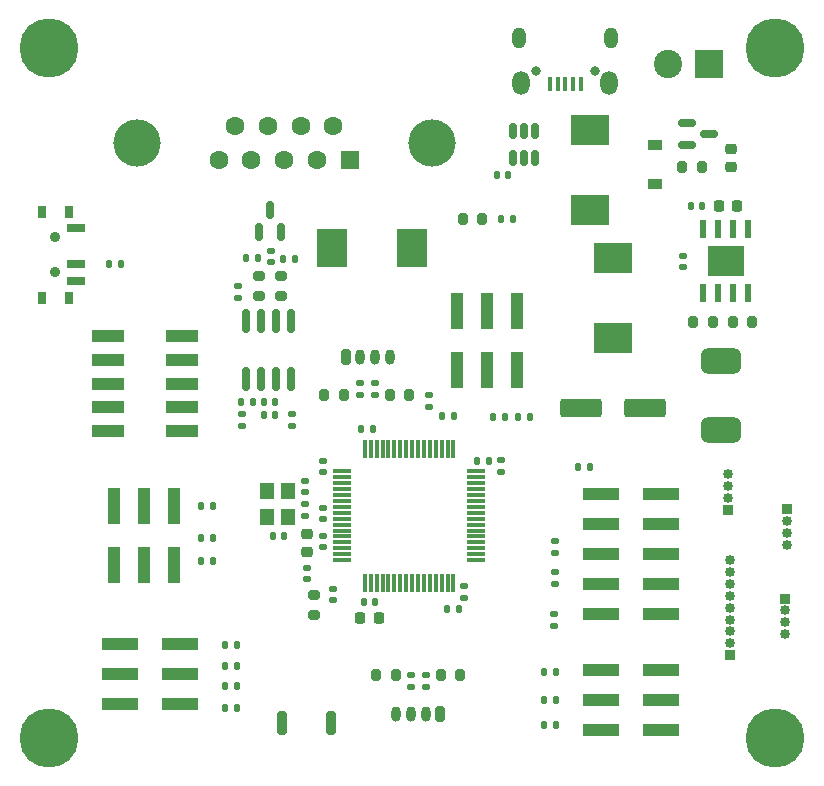
<source format=gbr>
%TF.GenerationSoftware,KiCad,Pcbnew,(6.0.1)*%
%TF.CreationDate,2022-05-20T13:38:49+06:30*%
%TF.ProjectId,STM32_Com_Buck,53544d33-325f-4436-9f6d-5f4275636b2e,v1.0*%
%TF.SameCoordinates,Original*%
%TF.FileFunction,Soldermask,Top*%
%TF.FilePolarity,Negative*%
%FSLAX46Y46*%
G04 Gerber Fmt 4.6, Leading zero omitted, Abs format (unit mm)*
G04 Created by KiCad (PCBNEW (6.0.1)) date 2022-05-20 13:38:49*
%MOMM*%
%LPD*%
G01*
G04 APERTURE LIST*
G04 Aperture macros list*
%AMRoundRect*
0 Rectangle with rounded corners*
0 $1 Rounding radius*
0 $2 $3 $4 $5 $6 $7 $8 $9 X,Y pos of 4 corners*
0 Add a 4 corners polygon primitive as box body*
4,1,4,$2,$3,$4,$5,$6,$7,$8,$9,$2,$3,0*
0 Add four circle primitives for the rounded corners*
1,1,$1+$1,$2,$3*
1,1,$1+$1,$4,$5*
1,1,$1+$1,$6,$7*
1,1,$1+$1,$8,$9*
0 Add four rect primitives between the rounded corners*
20,1,$1+$1,$2,$3,$4,$5,0*
20,1,$1+$1,$4,$5,$6,$7,0*
20,1,$1+$1,$6,$7,$8,$9,0*
20,1,$1+$1,$8,$9,$2,$3,0*%
G04 Aperture macros list end*
%ADD10RoundRect,0.140000X-0.140000X-0.170000X0.140000X-0.170000X0.140000X0.170000X-0.140000X0.170000X0*%
%ADD11RoundRect,0.135000X-0.185000X0.135000X-0.185000X-0.135000X0.185000X-0.135000X0.185000X0.135000X0*%
%ADD12RoundRect,0.140000X-0.170000X0.140000X-0.170000X-0.140000X0.170000X-0.140000X0.170000X0.140000X0*%
%ADD13RoundRect,0.135000X0.135000X0.185000X-0.135000X0.185000X-0.135000X-0.185000X0.135000X-0.185000X0*%
%ADD14R,0.800000X1.000000*%
%ADD15C,0.900000*%
%ADD16R,1.500000X0.700000*%
%ADD17C,0.800000*%
%ADD18C,5.000000*%
%ADD19RoundRect,0.135000X0.185000X-0.135000X0.185000X0.135000X-0.185000X0.135000X-0.185000X-0.135000X0*%
%ADD20RoundRect,0.200000X0.275000X-0.200000X0.275000X0.200000X-0.275000X0.200000X-0.275000X-0.200000X0*%
%ADD21R,2.500000X3.300000*%
%ADD22RoundRect,0.200000X0.200000X0.800000X-0.200000X0.800000X-0.200000X-0.800000X0.200000X-0.800000X0*%
%ADD23RoundRect,0.140000X0.170000X-0.140000X0.170000X0.140000X-0.170000X0.140000X-0.170000X-0.140000X0*%
%ADD24RoundRect,0.147500X-0.147500X-0.172500X0.147500X-0.172500X0.147500X0.172500X-0.147500X0.172500X0*%
%ADD25RoundRect,0.147500X0.172500X-0.147500X0.172500X0.147500X-0.172500X0.147500X-0.172500X-0.147500X0*%
%ADD26RoundRect,0.200000X-0.200000X-0.275000X0.200000X-0.275000X0.200000X0.275000X-0.200000X0.275000X0*%
%ADD27RoundRect,0.135000X-0.135000X-0.185000X0.135000X-0.185000X0.135000X0.185000X-0.135000X0.185000X0*%
%ADD28RoundRect,0.140000X0.140000X0.170000X-0.140000X0.170000X-0.140000X-0.170000X0.140000X-0.170000X0*%
%ADD29O,0.800000X0.800000*%
%ADD30R,0.450000X1.300000*%
%ADD31O,1.150000X1.800000*%
%ADD32O,1.450000X2.000000*%
%ADD33R,0.600000X1.550000*%
%ADD34R,3.100000X2.600000*%
%ADD35RoundRect,0.150000X-0.150000X0.512500X-0.150000X-0.512500X0.150000X-0.512500X0.150000X0.512500X0*%
%ADD36RoundRect,0.150000X0.150000X-0.825000X0.150000X0.825000X-0.150000X0.825000X-0.150000X-0.825000X0*%
%ADD37RoundRect,0.537500X-1.162500X0.537500X-1.162500X-0.537500X1.162500X-0.537500X1.162500X0.537500X0*%
%ADD38RoundRect,0.218750X-0.256250X0.218750X-0.256250X-0.218750X0.256250X-0.218750X0.256250X0.218750X0*%
%ADD39RoundRect,0.250000X1.500000X0.550000X-1.500000X0.550000X-1.500000X-0.550000X1.500000X-0.550000X0*%
%ADD40RoundRect,0.150000X0.150000X-0.587500X0.150000X0.587500X-0.150000X0.587500X-0.150000X-0.587500X0*%
%ADD41R,3.300000X2.500000*%
%ADD42RoundRect,0.200000X0.200000X0.450000X-0.200000X0.450000X-0.200000X-0.450000X0.200000X-0.450000X0*%
%ADD43O,0.800000X1.300000*%
%ADD44RoundRect,0.200000X0.200000X0.275000X-0.200000X0.275000X-0.200000X-0.275000X0.200000X-0.275000X0*%
%ADD45R,2.750000X1.000000*%
%ADD46R,3.150000X1.000000*%
%ADD47RoundRect,0.150000X-0.587500X-0.150000X0.587500X-0.150000X0.587500X0.150000X-0.587500X0.150000X0*%
%ADD48R,1.000000X3.150000*%
%ADD49RoundRect,0.225000X0.225000X0.250000X-0.225000X0.250000X-0.225000X-0.250000X0.225000X-0.250000X0*%
%ADD50R,1.200000X1.400000*%
%ADD51R,1.200000X0.900000*%
%ADD52R,0.850000X0.850000*%
%ADD53O,0.850000X0.850000*%
%ADD54RoundRect,0.225000X0.250000X-0.225000X0.250000X0.225000X-0.250000X0.225000X-0.250000X-0.225000X0*%
%ADD55R,2.400000X2.400000*%
%ADD56C,2.400000*%
%ADD57RoundRect,0.200000X-0.275000X0.200000X-0.275000X-0.200000X0.275000X-0.200000X0.275000X0.200000X0*%
%ADD58RoundRect,0.225000X-0.225000X-0.250000X0.225000X-0.250000X0.225000X0.250000X-0.225000X0.250000X0*%
%ADD59RoundRect,0.075000X-0.700000X-0.075000X0.700000X-0.075000X0.700000X0.075000X-0.700000X0.075000X0*%
%ADD60RoundRect,0.075000X-0.075000X-0.700000X0.075000X-0.700000X0.075000X0.700000X-0.075000X0.700000X0*%
%ADD61C,4.000000*%
%ADD62R,1.600000X1.600000*%
%ADD63C,1.600000*%
%ADD64RoundRect,0.200000X-0.200000X-0.450000X0.200000X-0.450000X0.200000X0.450000X-0.200000X0.450000X0*%
G04 APERTURE END LIST*
D10*
%TO.C,C17*%
X183416000Y-50546000D03*
X184376000Y-50546000D03*
%TD*%
%TO.C,C18*%
X193220400Y-53238400D03*
X194180400Y-53238400D03*
%TD*%
D11*
%TO.C,R8*%
X199694800Y-66241200D03*
X199694800Y-67261200D03*
%TD*%
D12*
%TO.C,C19*%
X192125600Y-63883600D03*
X192125600Y-64843600D03*
%TD*%
D10*
%TO.C,C14*%
X176812000Y-36169600D03*
X177772000Y-36169600D03*
%TD*%
D13*
%TO.C,R18*%
X172874400Y-70662800D03*
X171854400Y-70662800D03*
%TD*%
D14*
%TO.C,SW1*%
X156405600Y-39464000D03*
D15*
X157505600Y-34314000D03*
X157505600Y-37314000D03*
D14*
X156405600Y-32164000D03*
X158615600Y-39464000D03*
X158615600Y-32164000D03*
D16*
X159265600Y-33564000D03*
X159265600Y-36564000D03*
X159265600Y-38064000D03*
%TD*%
D17*
%TO.C,H3*%
X156972000Y-74833000D03*
D18*
X156972000Y-76708000D03*
D17*
X158847000Y-76708000D03*
X158297825Y-75382175D03*
X156972000Y-78583000D03*
X155097000Y-76708000D03*
X158297825Y-78033825D03*
X155646175Y-75382175D03*
X155646175Y-78033825D03*
%TD*%
D19*
%TO.C,R32*%
X172974000Y-39473600D03*
X172974000Y-38453600D03*
%TD*%
D20*
%TO.C,R6*%
X179374800Y-66306200D03*
X179374800Y-64656200D03*
%TD*%
D21*
%TO.C,D2*%
X187702400Y-35255200D03*
X180902400Y-35255200D03*
%TD*%
D22*
%TO.C,SW2*%
X180865200Y-75438000D03*
X176665200Y-75438000D03*
%TD*%
D23*
%TO.C,C1*%
X210629000Y-36852800D03*
X210629000Y-35892800D03*
%TD*%
D19*
%TO.C,R30*%
X173278800Y-50294000D03*
X173278800Y-49274000D03*
%TD*%
D24*
%TO.C,FB1*%
X211312400Y-31648400D03*
X212282400Y-31648400D03*
%TD*%
D25*
%TO.C,L2*%
X178816000Y-63273800D03*
X178816000Y-62303800D03*
%TD*%
D26*
%TO.C,R2*%
X214833200Y-41503600D03*
X216483200Y-41503600D03*
%TD*%
D27*
%TO.C,R24*%
X171854400Y-72288400D03*
X172874400Y-72288400D03*
%TD*%
%TO.C,R21*%
X190244000Y-49479200D03*
X191264000Y-49479200D03*
%TD*%
D28*
%TO.C,C15*%
X195856800Y-29057600D03*
X194896800Y-29057600D03*
%TD*%
D17*
%TO.C,H1*%
X217114175Y-78033825D03*
X218440000Y-78583000D03*
X219765825Y-75382175D03*
D18*
X218440000Y-76708000D03*
D17*
X219765825Y-78033825D03*
X218440000Y-74833000D03*
X216565000Y-76708000D03*
X217114175Y-75382175D03*
X220315000Y-76708000D03*
%TD*%
D29*
%TO.C,J2*%
X198165000Y-20249400D03*
X203165000Y-20249400D03*
D30*
X201965000Y-21349400D03*
X201315000Y-21349400D03*
X200665000Y-21349400D03*
X200015000Y-21349400D03*
X199365000Y-21349400D03*
D31*
X204540000Y-17499400D03*
D32*
X204390000Y-21299400D03*
X196940000Y-21299400D03*
D31*
X196790000Y-17499400D03*
%TD*%
D33*
%TO.C,U1*%
X212330800Y-39072800D03*
X213600800Y-39072800D03*
X214870800Y-39072800D03*
X216140800Y-39072800D03*
X216140800Y-33672800D03*
X214870800Y-33672800D03*
X213600800Y-33672800D03*
X212330800Y-33672800D03*
D34*
X214235800Y-36372800D03*
%TD*%
D28*
%TO.C,C20*%
X184579200Y-65227200D03*
X183619200Y-65227200D03*
%TD*%
D19*
%TO.C,R28*%
X184556400Y-47652400D03*
X184556400Y-46632400D03*
%TD*%
D23*
%TO.C,C12*%
X175717200Y-36446400D03*
X175717200Y-35486400D03*
%TD*%
D35*
%TO.C,U4*%
X198104800Y-25329300D03*
X197154800Y-25329300D03*
X196204800Y-25329300D03*
X196204800Y-27604300D03*
X197154800Y-27604300D03*
X198104800Y-27604300D03*
%TD*%
D12*
%TO.C,C4*%
X178663600Y-54942800D03*
X178663600Y-55902800D03*
%TD*%
D36*
%TO.C,U3*%
X173659800Y-46366200D03*
X174929800Y-46366200D03*
X176199800Y-46366200D03*
X177469800Y-46366200D03*
X177469800Y-41416200D03*
X176199800Y-41416200D03*
X174929800Y-41416200D03*
X173659800Y-41416200D03*
%TD*%
D37*
%TO.C,L1*%
X213872000Y-44852000D03*
X213872000Y-50652000D03*
%TD*%
D27*
%TO.C,R13*%
X198880000Y-73507600D03*
X199900000Y-73507600D03*
%TD*%
D38*
%TO.C,F1*%
X214680800Y-26847700D03*
X214680800Y-28422700D03*
%TD*%
D19*
%TO.C,R10*%
X199796400Y-61063600D03*
X199796400Y-60043600D03*
%TD*%
%TO.C,R29*%
X183286400Y-47652400D03*
X183286400Y-46632400D03*
%TD*%
D39*
%TO.C,C3*%
X207424000Y-48768000D03*
X202024000Y-48768000D03*
%TD*%
D40*
%TO.C,D7*%
X174716400Y-33906700D03*
X176616400Y-33906700D03*
X175666400Y-32031700D03*
%TD*%
D41*
%TO.C,D5*%
X204724000Y-36071600D03*
X204724000Y-42871600D03*
%TD*%
D23*
%TO.C,C8*%
X195224400Y-54175600D03*
X195224400Y-53215600D03*
%TD*%
%TO.C,C21*%
X180187600Y-54198400D03*
X180187600Y-53238400D03*
%TD*%
D13*
%TO.C,R20*%
X172874400Y-74168000D03*
X171854400Y-74168000D03*
%TD*%
D12*
%TO.C,C6*%
X180136800Y-57228800D03*
X180136800Y-58188800D03*
%TD*%
D26*
%TO.C,R35*%
X185814200Y-47650400D03*
X187464200Y-47650400D03*
%TD*%
D42*
%TO.C,J9*%
X190089000Y-74683200D03*
D43*
X188839000Y-74683200D03*
X187589000Y-74683200D03*
X186339000Y-74683200D03*
%TD*%
D41*
%TO.C,D3*%
X202793600Y-32051200D03*
X202793600Y-25251200D03*
%TD*%
D13*
%TO.C,R16*%
X170842400Y-59791600D03*
X169822400Y-59791600D03*
%TD*%
%TO.C,R17*%
X170842400Y-61722000D03*
X169822400Y-61722000D03*
%TD*%
D10*
%TO.C,C9*%
X173256000Y-48260000D03*
X174216000Y-48260000D03*
%TD*%
D44*
%TO.C,R36*%
X181927000Y-47650400D03*
X180277000Y-47650400D03*
%TD*%
D27*
%TO.C,R5*%
X162050000Y-36576000D03*
X163070000Y-36576000D03*
%TD*%
D26*
%TO.C,R38*%
X190132200Y-71424800D03*
X191782200Y-71424800D03*
%TD*%
D17*
%TO.C,H4*%
X158847000Y-18288000D03*
X156972000Y-16413000D03*
D18*
X156972000Y-18288000D03*
D17*
X155097000Y-18288000D03*
X158297825Y-19613825D03*
X155646175Y-16962175D03*
X155646175Y-19613825D03*
X158297825Y-16962175D03*
X156972000Y-20163000D03*
%TD*%
D26*
%TO.C,R3*%
X211519000Y-41478200D03*
X213169000Y-41478200D03*
%TD*%
D19*
%TO.C,R9*%
X199796400Y-63654400D03*
X199796400Y-62634400D03*
%TD*%
D45*
%TO.C,J13*%
X168225000Y-42736000D03*
X161975000Y-42736000D03*
X168225000Y-44736000D03*
X161975000Y-44736000D03*
X168225000Y-46736000D03*
X161975000Y-46736000D03*
X168225000Y-48736000D03*
X161975000Y-48736000D03*
X168225000Y-50736000D03*
X161975000Y-50736000D03*
%TD*%
D46*
%TO.C,J7*%
X203723000Y-70967600D03*
X208773000Y-70967600D03*
X203723000Y-73507600D03*
X208773000Y-73507600D03*
X203723000Y-76047600D03*
X208773000Y-76047600D03*
%TD*%
D44*
%TO.C,R37*%
X186295800Y-71424800D03*
X184645800Y-71424800D03*
%TD*%
D13*
%TO.C,R23*%
X197664800Y-49530000D03*
X196644800Y-49530000D03*
%TD*%
D46*
%TO.C,J4*%
X168016400Y-73812400D03*
X162966400Y-73812400D03*
X168016400Y-71272400D03*
X162966400Y-71272400D03*
X168016400Y-68732400D03*
X162966400Y-68732400D03*
%TD*%
D25*
%TO.C,D6*%
X181000400Y-65079600D03*
X181000400Y-64109600D03*
%TD*%
D27*
%TO.C,R22*%
X194562000Y-49530000D03*
X195582000Y-49530000D03*
%TD*%
D47*
%TO.C,Q1*%
X210949300Y-24653200D03*
X210949300Y-26553200D03*
X212824300Y-25603200D03*
%TD*%
D28*
%TO.C,C11*%
X176095600Y-48260000D03*
X175135600Y-48260000D03*
%TD*%
D11*
%TO.C,R27*%
X188874400Y-71422800D03*
X188874400Y-72442800D03*
%TD*%
D26*
%TO.C,R4*%
X191986400Y-32766000D03*
X193636400Y-32766000D03*
%TD*%
D48*
%TO.C,J8*%
X167538400Y-57063400D03*
X167538400Y-62113400D03*
X164998400Y-57063400D03*
X164998400Y-62113400D03*
X162458400Y-57063400D03*
X162458400Y-62113400D03*
%TD*%
D49*
%TO.C,C16*%
X184874200Y-66598800D03*
X183324200Y-66598800D03*
%TD*%
D27*
%TO.C,R14*%
X198880000Y-71170800D03*
X199900000Y-71170800D03*
%TD*%
D50*
%TO.C,Y1*%
X175454000Y-55796000D03*
X175454000Y-57996000D03*
X177154000Y-57996000D03*
X177154000Y-55796000D03*
%TD*%
D51*
%TO.C,D1*%
X208229200Y-26493200D03*
X208229200Y-29793200D03*
%TD*%
D19*
%TO.C,R31*%
X177546000Y-50294000D03*
X177546000Y-49274000D03*
%TD*%
D46*
%TO.C,J6*%
X208773000Y-66245200D03*
X203723000Y-66245200D03*
X208773000Y-63705200D03*
X203723000Y-63705200D03*
X208773000Y-61165200D03*
X203723000Y-61165200D03*
X208773000Y-58625200D03*
X203723000Y-58625200D03*
X208773000Y-56085200D03*
X203723000Y-56085200D03*
%TD*%
D52*
%TO.C,J11*%
X214412000Y-57385200D03*
D53*
X214412000Y-56385200D03*
X214412000Y-55385200D03*
X214412000Y-54385200D03*
%TD*%
D19*
%TO.C,R7*%
X178663600Y-57964800D03*
X178663600Y-56944800D03*
%TD*%
D26*
%TO.C,R1*%
X210553800Y-28397200D03*
X212203800Y-28397200D03*
%TD*%
D17*
%TO.C,H2*%
X216565000Y-18288000D03*
X218440000Y-16413000D03*
X219765825Y-19613825D03*
X218440000Y-20163000D03*
D18*
X218440000Y-18288000D03*
D17*
X217114175Y-19613825D03*
X217114175Y-16962175D03*
X220315000Y-18288000D03*
X219765825Y-16962175D03*
%TD*%
D54*
%TO.C,C22*%
X178816000Y-60973000D03*
X178816000Y-59423000D03*
%TD*%
D55*
%TO.C,J3*%
X212852000Y-19648400D03*
D56*
X209352000Y-19648400D03*
%TD*%
D13*
%TO.C,R15*%
X170842400Y-57048400D03*
X169822400Y-57048400D03*
%TD*%
D24*
%TO.C,D4*%
X195247400Y-32766000D03*
X196217400Y-32766000D03*
%TD*%
D57*
%TO.C,R33*%
X174752000Y-37630600D03*
X174752000Y-39280600D03*
%TD*%
D52*
%TO.C,J12*%
X214579200Y-69697600D03*
D53*
X214579200Y-68697600D03*
X214579200Y-67697600D03*
X214579200Y-66697600D03*
X214579200Y-65697600D03*
X214579200Y-64697600D03*
X214579200Y-63697600D03*
X214579200Y-62697600D03*
X214579200Y-61697600D03*
%TD*%
D58*
%TO.C,C2*%
X213664000Y-31699200D03*
X215214000Y-31699200D03*
%TD*%
D59*
%TO.C,U2*%
X181777000Y-54162000D03*
X181777000Y-54662000D03*
X181777000Y-55162000D03*
X181777000Y-55662000D03*
X181777000Y-56162000D03*
X181777000Y-56662000D03*
X181777000Y-57162000D03*
X181777000Y-57662000D03*
X181777000Y-58162000D03*
X181777000Y-58662000D03*
X181777000Y-59162000D03*
X181777000Y-59662000D03*
X181777000Y-60162000D03*
X181777000Y-60662000D03*
X181777000Y-61162000D03*
X181777000Y-61662000D03*
D60*
X183702000Y-63587000D03*
X184202000Y-63587000D03*
X184702000Y-63587000D03*
X185202000Y-63587000D03*
X185702000Y-63587000D03*
X186202000Y-63587000D03*
X186702000Y-63587000D03*
X187202000Y-63587000D03*
X187702000Y-63587000D03*
X188202000Y-63587000D03*
X188702000Y-63587000D03*
X189202000Y-63587000D03*
X189702000Y-63587000D03*
X190202000Y-63587000D03*
X190702000Y-63587000D03*
X191202000Y-63587000D03*
D59*
X193127000Y-61662000D03*
X193127000Y-61162000D03*
X193127000Y-60662000D03*
X193127000Y-60162000D03*
X193127000Y-59662000D03*
X193127000Y-59162000D03*
X193127000Y-58662000D03*
X193127000Y-58162000D03*
X193127000Y-57662000D03*
X193127000Y-57162000D03*
X193127000Y-56662000D03*
X193127000Y-56162000D03*
X193127000Y-55662000D03*
X193127000Y-55162000D03*
X193127000Y-54662000D03*
X193127000Y-54162000D03*
D60*
X191202000Y-52237000D03*
X190702000Y-52237000D03*
X190202000Y-52237000D03*
X189702000Y-52237000D03*
X189202000Y-52237000D03*
X188702000Y-52237000D03*
X188202000Y-52237000D03*
X187702000Y-52237000D03*
X187202000Y-52237000D03*
X186702000Y-52237000D03*
X186202000Y-52237000D03*
X185702000Y-52237000D03*
X185202000Y-52237000D03*
X184702000Y-52237000D03*
X184202000Y-52237000D03*
X183702000Y-52237000D03*
%TD*%
D28*
%TO.C,C5*%
X176857600Y-59639200D03*
X175897600Y-59639200D03*
%TD*%
D11*
%TO.C,R26*%
X187604400Y-71422800D03*
X187604400Y-72442800D03*
%TD*%
D28*
%TO.C,C10*%
X176095600Y-49377600D03*
X175135600Y-49377600D03*
%TD*%
D13*
%TO.C,R11*%
X202795600Y-53746400D03*
X201775600Y-53746400D03*
%TD*%
D27*
%TO.C,R12*%
X198880000Y-75590400D03*
X199900000Y-75590400D03*
%TD*%
D52*
%TO.C,J15*%
X219456000Y-57350400D03*
D53*
X219456000Y-58350400D03*
X219456000Y-59350400D03*
X219456000Y-60350400D03*
%TD*%
D61*
%TO.C,J1*%
X164372200Y-26362800D03*
X189372200Y-26362800D03*
D62*
X182412200Y-27782800D03*
D63*
X179642200Y-27782800D03*
X176872200Y-27782800D03*
X174102200Y-27782800D03*
X171332200Y-27782800D03*
X181027200Y-24942800D03*
X178257200Y-24942800D03*
X175487200Y-24942800D03*
X172717200Y-24942800D03*
%TD*%
D10*
%TO.C,C7*%
X190680400Y-65836800D03*
X191640400Y-65836800D03*
%TD*%
D28*
%TO.C,C13*%
X174622400Y-36118800D03*
X173662400Y-36118800D03*
%TD*%
D52*
%TO.C,J14*%
X219252800Y-64919600D03*
D53*
X219252800Y-65919600D03*
X219252800Y-66919600D03*
X219252800Y-67919600D03*
%TD*%
D57*
%TO.C,R34*%
X176631600Y-37630600D03*
X176631600Y-39280600D03*
%TD*%
D13*
%TO.C,R19*%
X172874400Y-68884800D03*
X171854400Y-68884800D03*
%TD*%
D64*
%TO.C,J10*%
X182071800Y-44442800D03*
D43*
X183321800Y-44442800D03*
X184571800Y-44442800D03*
X185821800Y-44442800D03*
%TD*%
D48*
%TO.C,J5*%
X191465200Y-45603400D03*
X191465200Y-40553400D03*
X194005200Y-45603400D03*
X194005200Y-40553400D03*
X196545200Y-45603400D03*
X196545200Y-40553400D03*
%TD*%
D23*
%TO.C,C23*%
X180187600Y-60576400D03*
X180187600Y-59616400D03*
%TD*%
D11*
%TO.C,R25*%
X189128400Y-47648400D03*
X189128400Y-48668400D03*
%TD*%
M02*

</source>
